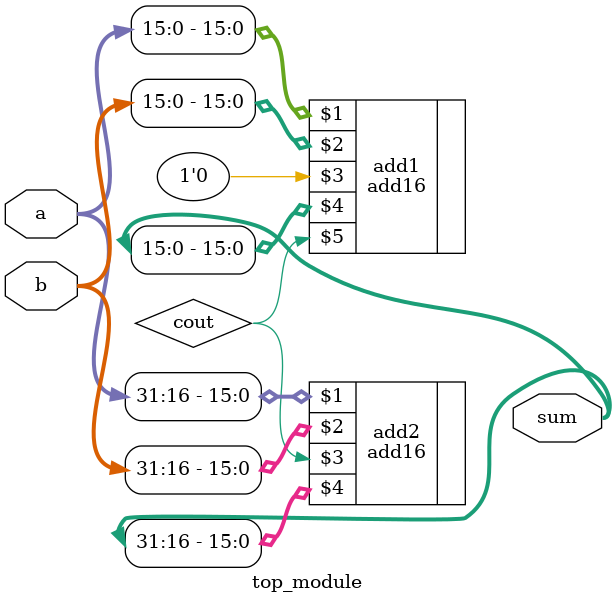
<source format=v>
module top_module(
    input [31:0] a,
    input [31:0] b,
    output [31:0] sum
);

    wire cout;
    
    add16 add1 (a[15:0], b[15:0], 1'b0, sum[15:0], cout);
    add16 add2 (a[31:16], b[31:16], cout, sum[31:16]);

endmodule
</source>
